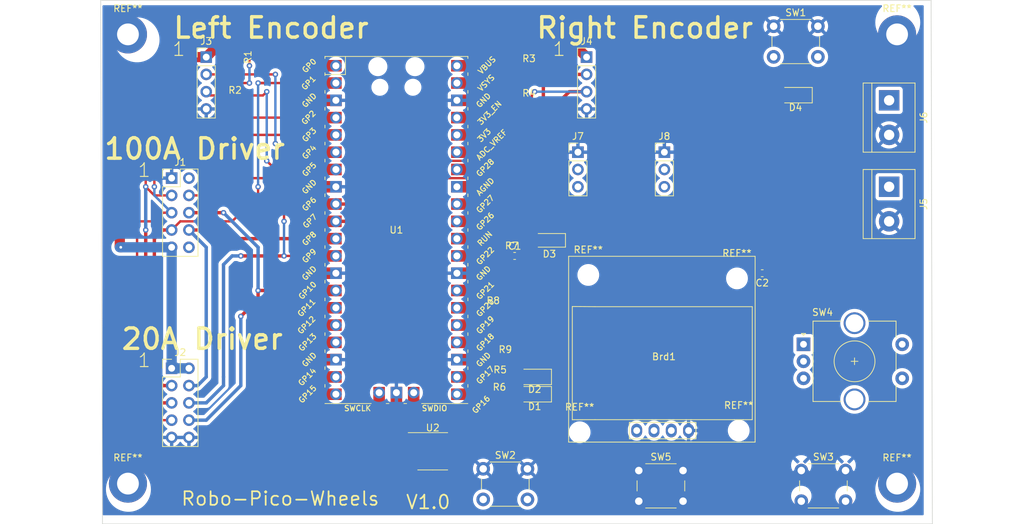
<source format=kicad_pcb>
(kicad_pcb (version 20221018) (generator pcbnew)
  (layers (0 "F.Cu" signal) (31 "B.Cu" signal) (34 "B.Paste" user) (35 "F.Paste" user) (36 "B.SilkS" user "B.Silkscreen") (37 "F.SilkS" user "F.Silkscreen") (38 "B.Mask" user) (39 "F.Mask" user) (44 "Edge.Cuts" user))
  (net 0 "")
  (net 1 "GND")
  (net 3 "/LEFTDIRA")
  (net 4 "/RIGHTDIRA")
  (net 5 "/LEFTDIRB")
  (net 6 "/RIGHTDIRB")
  (net 7 "/PWM_LEFT")
  (net 8 "/PWM_RIGHT")
  (net 9 "+5V")
  (net 11 "/LEFTENCA")
  (net 12 "/LEFTENCB")
  (net 13 "/RIGHTENCA")
  (net 14 "/RIGHTENCB")
  (net 15 "+3.3V")
  (net 17 "/I2C1_SDA")
  (net 22 "/I2C1_SCL")
  (net 24 "/ESTOP")
  (net 26 "Net-(J7-Pin_3)")
  (net 27 "Net-(J8-Pin_3)")
  (net 36 "Net-(D3-A)")
  (net 37 "Net-(D1-A)")
  (net 38 "Net-(D2-A)")
  (net 39 "Net-(D4-A)")
  (net 40 "Net-(U1-GPIO17)")
  (net 41 "Net-(U1-GPIO16)")
  (net 42 "Net-(U1-GPIO20)")
  (net 44 "/BTN_DN")
  (net 45 "/BTN_ENTER")
  (footprint "Button_Switch_THT:SW_PUSH_6mm" (layer "F.Cu") (at 104.192 113.828)
    (fp_text reference "SW2" (at 3.25 -2) (layer "F.SilkS"))
    (fp_text value "Right")
    (pad "1" thru_hole circle (at 0 0 90) (size 2 2) (drill 1.1) (layers "*.Cu" "*.Mask") (net 1 "GND"))
    (pad "1" thru_hole circle (at 6.5 0 90) (size 2 2) (drill 1.1) (layers "*.Cu" "*.Mask") (net 1 "GND"))
    (pad "2" thru_hole circle (at 0 4.5 90) (size 2 2) (drill 1.1) (layers "*.Cu" "*.Mask") (net 44 "/BTN_DN"))
    (pad "2" thru_hole circle (at 6.5 4.5 90) (size 2 2) (drill 1.1) (layers "*.Cu" "*.Mask") (net 44 "/BTN_DN"))
  )
  (footprint "MountingHole:MountingHole_2.7mm_M2.5" (layer "F.Cu") (at 141.478 85.852)
    (fp_text reference "REF**" (at 0 -3.7) (layer "F.SilkS"))
    (fp_text value "MountingHole_2.7mm_M2.5")
    (pad "" np_thru_hole circle (at 0 0) (size 2.7 2.7) (drill 2.7) (layers "*.Cu" "*.Mask"))
  )
  (footprint "TerminalBlock:TerminalBlock_bornier-2_P5.08mm" (layer "F.Cu") (at 163.83 72.39 -90)
    (fp_text reference "J5" (at 2.54 -5.08 90) (layer "F.SilkS"))
    (fp_text value "Screw_Terminal_01x02")
    (pad "1" thru_hole rect (at 0 0 270) (size 3 3) (drill 1.52) (layers "*.Cu" "*.Mask") (net 15 "+3.3V"))
    (pad "2" thru_hole circle (at 5.08 0 270) (size 3 3) (drill 1.52) (layers "*.Cu" "*.Mask") (net 1 "GND"))
  )
  (footprint "MountingHole:MountingHole_2.7mm_M2.5" (layer "F.Cu") (at 141.732 108.204)
    (fp_text reference "REF**" (at 0 -3.7) (layer "F.SilkS"))
    (fp_text value "MountingHole_2.7mm_M2.5")
    (pad "" np_thru_hole circle (at 0 0) (size 2.7 2.7) (drill 2.7) (layers "*.Cu" "*.Mask"))
  )
  (footprint "LED_SMD:LED_1206_3216Metric_Pad1.42x1.75mm_HandSolder" (layer "F.Cu") (at 111.76 100.33 180)
    (fp_text reference "D2" (at 0 -1.82) (layer "F.SilkS"))
    (fp_text value "LED")
    (pad "1" smd roundrect (at -1.4875 0 180) (size 1.425 1.75) (layers "F.Cu" "F.Paste" "F.Mask") (roundrect_rratio 0.175439) (net 1 "GND"))
    (pad "2" smd roundrect (at 1.4875 0 180) (size 1.425 1.75) (layers "F.Cu" "F.Paste" "F.Mask") (roundrect_rratio 0.175439) (net 38 "Net-(D2-A)"))
  )
  (footprint "Resistor_SMD:R_0201_0603Metric_Pad0.64x0.40mm_HandSolder" (layer "F.Cu") (at 106.68 100.33)
    (fp_text reference "R5" (at 0 -1.05) (layer "F.SilkS"))
    (fp_text value "220")
    (pad "1" smd roundrect (at -0.4075 0) (size 0.635 0.4) (layers "F.Cu" "F.Mask") (net 40 "Net-(U1-GPIO17)"))
    (pad "2" smd roundrect (at 0.4075 0) (size 0.635 0.4) (layers "F.Cu" "F.Mask") (net 38 "Net-(D2-A)"))
  )
  (footprint "Button_Switch_THT:SW_PUSH_6mm" (layer "F.Cu") (at 146.864 48.804)
    (fp_text reference "SW1" (at 3.25 -2) (layer "F.SilkS"))
    (fp_text value "ESTOP")
    (pad "1" thru_hole circle (at 0 0 90) (size 2 2) (drill 1.1) (layers "*.Cu" "*.Mask") (net 1 "GND"))
    (pad "1" thru_hole circle (at 6.5 0 90) (size 2 2) (drill 1.1) (layers "*.Cu" "*.Mask") (net 1 "GND"))
    (pad "2" thru_hole circle (at 0 4.5 90) (size 2 2) (drill 1.1) (layers "*.Cu" "*.Mask"))
    (pad "2" thru_hole circle (at 6.5 4.5 90) (size 2 2) (drill 1.1) (layers "*.Cu" "*.Mask"))
  )
  (footprint "MountingHole:MountingHole_2.7mm_M2.5" (layer "F.Cu") (at 119.634 85.344)
    (fp_text reference "REF**" (at 0 -3.7) (layer "F.SilkS"))
    (fp_text value "MountingHole_2.7mm_M2.5")
    (pad "" np_thru_hole circle (at 0 0) (size 2.7 2.7) (drill 2.7) (layers "*.Cu" "*.Mask"))
  )
  (footprint "Capacitor_SMD:C_0603_1608Metric_Pad1.08x0.95mm_HandSolder" (layer "F.Cu") (at 145.1875 85.09 180)
    (fp_text reference "C2" (at 0 -1.43) (layer "F.SilkS"))
    (fp_text value ".01")
    (pad "1" smd roundrect (at -0.8625 0 180) (size 1.075 0.95) (layers "F.Cu" "F.Paste" "F.Mask") (net 1 "GND"))
    (pad "2" smd roundrect (at 0.8625 0 180) (size 1.075 0.95) (layers "F.Cu" "F.Paste" "F.Mask") (net 15 "+3.3V"))
  )
  (footprint "MountingHole:MountingHole_3.2mm_M3_DIN965_Pad_TopBottom" (layer "F.Cu") (at 165 50)
    (fp_text reference "REF**" (at 0 -3.8) (layer "F.SilkS"))
    (fp_text value "MountingHole_3.2mm_M3_DIN965_Pad_TopBottom")
    (pad "1" thru_hole circle (at 0 0) (size 3.6 3.6) (drill 3.2) (layers "*.Cu" "*.Mask"))
    (pad "1" connect circle (at 0 0) (size 5.6 5.6) (layers "F.Cu" "F.Mask"))
    (pad "1" connect circle (at 0 0) (size 5.6 5.6) (layers "B.Cu" "B.Mask"))
  )
  (footprint "Resistor_SMD:R_0201_0603Metric_Pad0.64x0.40mm_HandSolder" (layer "F.Cu") (at 68.58 53.34 -90)
    (fp_text reference "R1" (at 0 -1.05 90) (layer "F.SilkS"))
    (fp_text value "4.7K")
    (pad "1" smd roundrect (at -0.4075 0 270) (size 0.635 0.4) (layers "F.Cu" "F.Mask") (net 15 "+3.3V"))
    (pad "2" smd roundrect (at 0.4075 0 270) (size 0.635 0.4) (layers "F.Cu" "F.Mask") (net 11 "/LEFTENCA"))
  )
  (footprint "MountingHole:MountingHole_2.7mm_M2.5" (layer "F.Cu") (at 118.364 108.458)
    (fp_text reference "REF**" (at 0 -3.7) (layer "F.SilkS"))
    (fp_text value "MountingHole_2.7mm_M2.5")
    (pad "" np_thru_hole circle (at 0 0) (size 2.7 2.7) (drill 2.7) (layers "*.Cu" "*.Mask"))
  )
  (footprint "Resistor_SMD:R_0201_0603Metric_Pad0.64x0.40mm_HandSolder" (layer "F.Cu") (at 108.3825 80.01 180)
    (fp_text reference "R7" (at 0 -1.05) (layer "F.SilkS"))
    (fp_text value "4.7K")
    (pad "1" smd roundrect (at -0.4075 0 180) (size 0.635 0.4) (layers "F.Cu" "F.Mask") (net 15 "+3.3V"))
    (pad "2" smd roundrect (at 0.4075 0 180) (size 0.635 0.4) (layers "F.Cu" "F.Mask") (net 36 "Net-(D3-A)"))
  )
  (footprint "Connector_PinHeader_2.54mm:PinHeader_1x04_P2.54mm_Vertical" (layer "F.Cu") (at 119.38 53.34)
    (fp_text reference "J4" (at 0 -2.33) (layer "F.SilkS"))
    (fp_text value "Conn_01x04_Pin")
    (pad "1" thru_hole rect (at 0 0) (size 1.7 1.7) (drill 1) (layers "*.Cu" "*.Mask") (net 9 "+5V"))
    (pad "2" thru_hole oval (at 0 2.54) (size 1.7 1.7) (drill 1) (layers "*.Cu" "*.Mask") (net 13 "/RIGHTENCA"))
    (pad "3" thru_hole oval (at 0 5.08) (size 1.7 1.7) (drill 1) (layers "*.Cu" "*.Mask") (net 14 "/RIGHTENCB"))
    (pad "4" thru_hole oval (at 0 7.62) (size 1.7 1.7) (drill 1) (layers "*.Cu" "*.Mask") (net 1 "GND"))
  )
  (footprint "MCU_RaspberryPi_and_Boards:RPi_Pico_SMD_TH" (layer "F.Cu") (at 91.44 78.74)
    (fp_text reference "U1" (at 0 0) (layer "F.SilkS"))
    (fp_text value "Pico")
    (fp_text user "GP27" (at 13.054 -3.8 45) (layer "F.SilkS") (effects (font (size 0.8 0.8))))
    (fp_text user "GP17" (at 13.054 21.336 45) (layer "F.SilkS") (effects (font (size 0.8 0.8))))
    (fp_text user "GP18" (at 13.054 16.51 45) (layer "F.SilkS") (effects (font (size 0.8 0.8))))
    (fp_text user "GP20" (at 13.054 11.43 45) (layer "F.SilkS") (effects (font (size 0.8 0.8))))
    (fp_text user "GND" (at -12.8 -6.35 45) (layer "F.SilkS") (effects (font (size 0.8 0.8))))
    (fp_text user "GP28" (at 13.054 -9.144 45) (layer "F.SilkS") (effects (font (size 0.8 0.8))))
    (fp_text user "GP8" (at -12.8 1.27 45) (layer "F.SilkS") (effects (font (size 0.8 0.8))))
    (fp_text user "GP16" (at 12.446 25.654 45) (layer "F.SilkS") (effects (font (size 0.8 0.8))))
    (fp_text user "GP1" (at -12.9 -21.6 45) (layer "F.SilkS") (effects (font (size 0.8 0.8))))
    (fp_text user "GP15" (at -13.054 24.13 45) (layer "F.SilkS") (effects (font (size 0.8 0.8))))
    (fp_text user "VSYS" (at 13.2 -21.59 45) (layer "F.SilkS") (effects (font (size 0.8 0.8))))
    (fp_text user "GP0" (at -12.8 -24.13 45) (layer "F.SilkS") (effects (font (size 0.8 0.8))))
    (fp_text user "3V3_EN" (at 13.7 -17.2 45) (layer "F.SilkS") (effects (font (size 0.8 0.8))))
    (fp_text user "ADC_VREF" (at 14 -12.5 45) (layer "F.SilkS") (effects (font (size 0.8 0.8))))
    (fp_text user "GP13" (at -13.054 16.51 45) (layer "F.SilkS") (effects (font (size 0.8 0.8))))
    (fp_text user "GP10" (at -13.054 8.89 45) (layer "F.SilkS") (effects (font (size 0.8 0.8))))
    (fp_text user "GP2" (at -12.9 -16.51 45) (layer "F.SilkS") (effects (font (size 0.8 0.8))))
    (fp_text user "SWDIO" (at 5.6 26.2) (layer "F.SilkS") (effects (font (size 0.8 0.8))))
    (fp_text user "3V3" (at 12.9 -13.9 45) (layer "F.SilkS") (effects (font (size 0.8 0.8))))
    (fp_text user "GND" (at 12.8 -19.05 45) (layer "F.SilkS") (effects (font (size 0.8 0.8))))
    (fp_text user "GP21" (at 13.054 8.9 45) (layer "F.SilkS") (effects (font (size 0.8 0.8))))
    (fp_text user "GP19" (at 13.054 13.97 45) (layer "F.SilkS") (effects (font (size 0.8 0.8))))
    (fp_text user "GP14" (at -13.1 21.59 45) (layer "F.SilkS") (effects (font (size 0.8 0.8))))
    (fp_text user "GP11" (at -13.2 11.43 45) (layer "F.SilkS") (effects (font (size 0.8 0.8))))
    (fp_text user "GP5" (at -12.8 -8.89 45) (layer "F.SilkS") (effects (font (size 0.8 0.8))))
    (fp_text user "GND" (at -12.8 -19.05 45) (layer "F.SilkS") (effects (font (size 0.8 0.8))))
    (fp_text user "GP26" (at 13.054 -1.27 45) (layer "F.SilkS") (effects (font (size 0.8 0.8))))
    (fp_text user "GND" (at -12.8 19.05 45) (layer "F.SilkS") (effects (font (size 0.8 0.8))))
    (fp_text user "GP4" (at -12.8 -11.43 45) (layer "F.SilkS") (effects (font (size 0.8 0.8))))
    (fp_text user "GP7" (at -12.7 -1.3 45) (layer "F.SilkS") (effects (font (size 0.8 0.8))))
    (fp_text user "GP6" (at -12.8 -3.81 45) (layer "F.SilkS") (effects (font (size 0.8 0.8))))
    (fp_text user "AGND" (at 13.054 -6.35 45) (layer "F.SilkS") (effects (font (size 0.8 0.8))))
    (fp_text user "GP9" (at -12.8 3.81 45) (layer "F.SilkS") (effects (font (size 0.8 0.8))))
    (fp_text user "SWCLK" (at -5.7 26.2) (layer "F.SilkS") (effects (font (size 0.8 0.8))))
    (fp_text user "GND" (at -12.8 6.35 45) (layer "F.SilkS") (effects (font (size 0.8 0.8))))
    (fp_text user "GP3" (at -12.8 -13.97 45) (layer "F.SilkS") (effects (font (size 0.8 0.8))))
    (fp_text user "GP12" (at -13.2 13.97 45) (layer "F.SilkS") (effects (font (size 0.8 0.8))))
    (fp_text user "RUN" (at 13 1.27 45) (layer "F.SilkS") (effects (font (size 0.8 0.8))))
    (fp_text user "GND" (at 12.8 19.05 45) (layer "F.SilkS") (effects (font (size 0.8 0.8))))
    (fp_text user "GND" (at 12.8 6.35 45) (layer "F.SilkS") (effects (font (size 0.8 0.8))))
    (fp_text user "GP22" (at 13.054 3.81 45) (layer "F.SilkS") (effects (font (size 0.8 0.8))))
    (fp_text user "VBUS" (at 13.3 -24.2 45) (layer "F.SilkS") (effects (font (size 0.8 0.8))))
    (pad "" np_thru_hole oval (at -2.725 -24) (size 1.8 1.8) (drill 1.8) (layers "*.Cu" "*.Mask"))
    (pad "" np_thru_hole oval (at -2.425 -20.97) (size 1.5 1.5) (drill 1.5) (layers "*.Cu" "*.Mask"))
    (pad "" np_thru_hole oval (at 2.425 -20.97) (size 1.5 1.5) (drill 1.5) (layers "*.Cu" "*.Mask"))
    (pad "" np_thru_hole oval (at 2.725 -24) (size 1.8 1.8) (drill 1.8) (layers "*.Cu" "*.Mask"))
    (pad "1" thru_hole oval (at -8.89 -24.13) (size 1.7 1.7) (drill 1.02) (layers "*.Cu" "*.Mask"))
    (pad "1" smd rect (at -8.89 -24.13) (size 3.5 1.7) (drill (offset -0.9 0)) (layers "F.Cu" "F.Mask"))
    (pad "2" thru_hole oval (at -8.89 -21.59) (size 1.7 1.7) (drill 1.02) (layers "*.Cu" "*.Mask"))
    (pad "2" smd rect (at -8.89 -21.59) (size 3.5 1.7) (drill (offset -0.9 0)) (layers "F.Cu" "F.Mask"))
    (pad "3" thru_hole rect (at -8.89 -19.05) (size 1.7 1.7) (drill 1.02) (layers "*.Cu" "*.Mask") (net 1 "GND"))
    (pad "3" smd rect (at -8.89 -19.05) (size 3.5 1.7) (drill (offset -0.9 0)) (layers "F.Cu" "F.Mask") (net 1 "GND"))
    (pad "4" thru_hole oval (at -8.89 -16.51) (size 1.7 1.7) (drill 1.02) (layers "*.Cu" "*.Mask") (net 3 "/LEFTDIRA"))
    (pad "4" smd rect (at -8.89 -16.51) (size 3.5 1.7) (drill (offset -0.9 0)) (layers "F.Cu" "F.Mask") (net 3 "/LEFTDIRA"))
    (pad "5" thru_hole oval (at -8.89 -13.97) (size 1.7 1.7) (drill 1.02) (layers "*.Cu" "*.Mask") (net 5 "/LEFTDIRB"))
    (pad "5" smd rect (at -8.89 -13.97) (size 3.5 1.7) (drill (offset -0.9 0)) (layers "F.Cu" "F.Mask") (net 5 "/LEFTDIRB"))
    (pad "6" thru_hole oval (at -8.89 -11.43) (size 1.7 1.7) (drill 1.02) (layers "*.Cu" "*.Mask") (net 11 "/LEFTENCA"))
    (pad "6" smd rect (at -8.89 -11.43) (size 3.5 1.7) (drill (offset -0.9 0)) (layers "F.Cu" "F.Mask") (net 11 "/LEFTENCA"))
    (pad "7" thru_hole oval (at -8.89 -8.89) (size 1.7 1.7) (drill 1.02) (layers "*.Cu" "*.Mask") (net 12 "/LEFTENCB"))
    (pad "7" smd rect (at -8.89 -8.89) (size 3.5 1.7) (drill (offset -0.9 0)) (layers "F.Cu" "F.Mask") (net 12 "/LEFTENCB"))
    (pad "8" thru_hole rect (at -8.89 -6.35) (size 1.7 1.7) (drill 1.02) (layers "*.Cu" "*.Mask") (net 1 "GND"))
    (pad "8" smd rect (at -8.89 -6.35) (size 3.5 1.7) (drill (offset -0.9 0)) (layers "F.Cu" "F.Mask") (net 1 "GND"))
    (pad "9" thru_hole oval (at -8.89 -3.81) (size 1.7 1.7) (drill 1.02) (layers "*.Cu" "*.Mask") (net 13 "/RIGHTENCA"))
    (pad "9" smd rect (at -8.89 -3.81) (size 3.5 1.7) (drill (offset -0.9 0)) (layers "F.Cu" "F.Mask") (net 13 "/RIGHTENCA"))
    (pad "10" thru_hole oval (at -8.89 -1.27) (size 1.7 1.7) (drill 1.02) (layers "*.Cu" "*.Mask") (net 14 "/RIGHTENCB"))
    (pad "10" smd rect (at -8.89 -1.27) (size 3.5 1.7) (drill (offset -0.9 0)) (layers "F.Cu" "F.Mask") (net 14 "/RIGHTENCB"))
    (pad "11" thru_hole oval (at -8.89 1.27) (size 1.7 1.7) (drill 1.02) (layers "*.Cu" "*.Mask") (net 8 "/PWM_RIGHT"))
    (pad "11" smd rect (at -8.89 1.27) (size 3.5 1.7) (drill (offset -0.9 0)) (layers "F.Cu" "F.Mask") (net 8 "/PWM_RIGHT"))
    (pad "12" thru_hole oval (at -8.89 3.81) (size 1.7 1.7) (drill 1.02) (layers "*.Cu" "*.Mask") (net 4 "/RIGHTDIRA"))
    (pad "12" smd rect (at -8.89 3.81) (size 3.5 1.7) (drill (offset -0.9 0)) (layers "F.Cu" "F.Mask") (net 4 "/RIGHTDIRA"))
    (pad "13" thru_hole rect (at -8.89 6.35) (size 1.7 1.7) (drill 1.02) (layers "*.Cu" "*.Mask") (net 1 "GND"))
    (pad "13" smd rect (at -8.89 6.35) (size 3.5 1.7) (drill (offset -0.9 0)) (layers "F.Cu" "F.Mask") (net 1 "GND"))
    (pad "14" thru_hole oval (at -8.89 8.89) (size 1.7 1.7) (drill 1.02) (layers "*.Cu" "*.Mask") (net 6 "/RIGHTDIRB"))
    (pad "14" smd rect (at -8.89 8.89) (size 3.5 1.7) (drill (offset -0.9 0)) (layers "F.Cu" "F.Mask") (net 6 "/RIGHTDIRB"))
    (pad "15" thru_hole oval (at -8.89 11.43) (size 1.7 1.7) (drill 1.02) (layers "*.Cu" "*.Mask") (net 7 "/PWM_LEFT"))
    (pad "15" smd rect (at -8.89 11.43) (size 3.5 1.7) (drill (offset -0.9 0)) (layers "F.Cu" "F.Mask") (net 7 "/PWM_LEFT"))
    (pad "16" thru_hole oval (at -8.89 13.97) (size 1.7 1.7) (drill 1.02) (layers "*.Cu" "*.Mask"))
    (pad "16" smd rect (at -8.89 13.97) (size 3.5 1.7) (drill (offset -0.9 0)) (layers "F.Cu" "F.Mask"))
    (pad "17" thru_hole oval (at -8.89 16.51) (size 1.7 1.7) (drill 1.02) (layers "*.Cu" "*.Mask"))
    (pad "17" smd rect (at -8.89 16.51) (size 3.5 1.7) (drill (offset -0.9 0)) (layers "F.Cu" "F.Mask"))
    (pad "18" thru_hole rect (at -8.89 19.05) (size 1.7 1.7) (drill 1.02) (layers "*.Cu" "*.Mask") (net 1 "GND"))
    (pad "18" smd rect (at -8.89 19.05) (size 3.5 1.7) (drill (offset -0.9 0)) (layers "F.Cu" "F.Mask") (net 1 "GND"))
    (pad "19" thru_hole oval (at -8.89 21.59) (size 1.7 1.7) (drill 1.02) (layers "*.Cu" "*.Mask"))
    (pad "19" smd rect (at -8.89 21.59) (size 3.5 1.7) (drill (offset -0.9 0)) (layers "F.Cu" "F.Mask"))
    (pad "20" thru_hole oval (at -8.89 24.13) (size 1.7 1.7) (drill 1.02) (layers "*.Cu" "*.Mask"))
    (pad "20" smd rect (at -8.89 24.13) (size 3.5 1.7) (drill (offset -0.9 0)) (layers "F.Cu" "F.Mask"))
    (pad "21" thru_hole oval (at 8.89 24.13) (size 1.7 1.7) (drill 1.02) (layers "*.Cu" "*.Mask") (net 41 "Net-(U1-GPIO16)"))
    (pad "21" smd rect (at 8.89 24.13) (size 3.5 1.7) (drill (offset 0.9 0)) (layers "F.Cu" "F.Mask") (net 41 "Net-(U1-GPIO16)"))
    (pad "22" thru_hole oval (at 8.89 21.59) (size 1.7 1.7) (drill 1.02) (layers "*.Cu" "*.Mask") (net 40 "Net-(U1-GPIO17)"))
    (pad "22" smd rect (at 8.89 21.59) (size 3.5 1.7) (drill (offset 0.9 0)) (layers "F.Cu" "F.Mask") (net 40 "Net-(U1-GPIO17)"))
    (pad "23" thru_hole rect (at 8.89 19.05) (size 1.7 1.7) (drill 1.02) (layers "*.Cu" "*.Mask") (net 1 "GND"))
    (pad "23" smd rect (at 8.89 19.05) (size 3.5 1.7) (drill (offset 0.9 0)) (layers "F.Cu" "F.Mask") (net 1 "GND"))
    (pad "24" thru_hole oval (at 8.89 16.51) (size 1.7 1.7) (drill 1.02) (layers "*.Cu" "*.Mask") (net 17 "/I2C1_SDA"))
    (pad "24" smd rect (at 8.89 16.51) (size 3.5 1.7) (drill (offset 0.9 0)) (layers "F.Cu" "F.Mask") (net 17 "/I2C1_SDA"))
    (pad "25" thru_hole oval (at 8.89 13.97) (size 1.7 1.7) (drill 1.02) (layers "*.Cu" "*.Mask") (net 22 "/I2C1_SCL"))
    (pad "25" smd rect (at 8.89 13.97) (size 3.5 1.7) (drill (offset 0.9 0)) (layers "F.Cu" "F.Mask") (net 22 "/I2C1_SCL"))
    (pad "26" thru_hole oval (at 8.89 11.43) (size 1.7 1.7) (drill 1.02) (layers "*.Cu" "*.Mask") (net 42 "Net-(U1-GPIO20)"))
    (pad "26" smd rect (at 8.89 11.43) (size 3.5 1.7) (drill (offset 0.9 0)) (layers "F.Cu" "F.Mask") (net 42 "Net-(U1-GPIO20)"))
    (pad "27" thru_hole oval (at 8.89 8.89) (size 1.7 1.7) (drill 1.02) (layers "*.Cu" "*.Mask"))
    (pad "27" smd rect (at 8.89 8.89) (size 3.5 1.7) (drill (offset 0.9 0)) (layers "F.Cu" "F.Mask"))
    (pad "28" thru_hole rect (at 8.89 6.35) (size 1.7 1.7) (drill 1.02) (layers "*.Cu" "*.Mask") (net 1 "GND"))
    (pad "28" smd rect (at 8.89 6.35) (size 3.5 1.7) (drill (offset 0.9 0)) (layers "F.Cu" "F.Mask") (net 1 "GND"))
    (pad "29" thru_hole oval (at 8.89 3.81) (size 1.7 1.7) (drill 1.02) (layers "*.Cu" "*.Mask") (net 36 "Net-(D3-A)"))
    (pad "29" smd rect (at 8.89 3.81) (size 3.5 1.7) (drill (offset 0.9 0)) (layers "F.Cu" "F.Mask") (net 36 "Net-(D3-A)"))
    (pad "30" thru_hole oval (at 8.89 1.27) (size 1.7 1.7) (drill 1.02) (layers "*.Cu" "*.Mask"))
    (pad "30" smd rect (at 8.89 1.27) (size 3.5 1.7) (drill (offset 0.9 0)) (layers "F.Cu" "F.Mask"))
    (pad "31" thru_hole oval (at 8.89 -1.27) (size 1.7 1.7) (drill 1.02) (layers "*.Cu" "*.Mask") (net 26 "Net-(J7-Pin_3)"))
    (pad "31" smd rect (at 8.89 -1.27) (size 3.5 1.7) (drill (offset 0.9 0)) (layers "F.Cu" "F.Mask") (net 26 "Net-(J7-Pin_3)"))
    (pad "32" thru_hole oval (at 8.89 -3.81) (size 1.7 1.7) (drill 1.02) (layers "*.Cu" "*.Mask") (net 27 "Net-(J8-Pin_3)"))
    (pad "32" smd rect (at 8.89 -3.81) (size 3.5 1.7) (drill (offset 0.9 0)) (layers "F.Cu" "F.Mask") (net 27 "Net-(J8-Pin_3)"))
    (pad "33" thru_hole rect (at 8.89 -6.35) (size 1.7 1.7) (drill 1.02) (layers "*.Cu" "*.Mask"))
    (pad "33" smd rect (at 8.89 -6.35) (size 3.5 1.7) (drill (offset 0.9 0)) (layers "F.Cu" "F.Mask"))
    (pad "34" thru_hole oval (at 8.89 -8.89) (size 1.7 1.7) (drill 1.02) (layers "*.Cu" "*.Mask"))
    (pad "34" smd rect (at 8.89 -8.89) (size 3.5 1.7) (drill (offset 0.9 0)) (layers "F.Cu" "F.Mask"))
    (pad "35" thru_hole oval (at 8.89 -11.43) (size 1.7 1.7) (drill 1.02) (layers "*.Cu" "*.Mask"))
    (pad "35" smd rect (at 8.89 -11.43) (size 3.5 1.7) (drill (offset 0.9 0)) (layers "F.Cu" "F.Mask"))
    (pad "36" thru_hole oval (at 8.89 -13.97) (size 1.7 1.7) (drill 1.02) (layers "*.Cu" "*.Mask") (net 15 "+3.3V"))
    (pad "36" smd rect (at 8.89 -13.97) (size 3.5 1.7) (drill (offset 0.9 0)) (layers "F.Cu" "F.Mask") (net 15 "+3.3V"))
    (pad "37" thru_hole oval (at 8.89 -16.51) (size 1.7 1.7) (drill 1.02) (layers "*.Cu" "*.Mask"))
    (pad "37" smd rect (at 8.89 -16.51) (size 3.5 1.7) (drill (offset 0.9 0)) (layers "F.Cu" "F.Mask"))
    (pad "38" thru_hole rect (at 8.89 -19.05) (size 1.7 1.7) (drill 1.02) (layers "*.Cu" "*.Mask") (net 1 "GND"))
    (pad "38" smd rect (at 8.89 -19.05) (size 3.5 1.7) (drill (offset 0.9 0)) (layers "F.Cu" "F.Mask") (net 1 "GND"))
    (pad "39" thru_hole oval (at 8.89 -21.59) (size 1.7 1.7) (drill 1.02) (layers "*.Cu" "*.Mask"))
    (pad "39" smd rect (at 8.89 -21.59) (size 3.5 1.7) (drill (offset 0.9 0)) (layers "F.Cu" "F.Mask"))
    (pad "40" thru_hole oval (at 8.89 -24.13) (size 1.7 1.7) (drill 1.02) (layers "*.Cu" "*.Mask"))
    (pad "40" smd rect (at 8.89 -24.13) (size 3.5 1.7) (drill (offset 0.9 0)) (layers "F.Cu" "F.Mask"))
    (pad "41" thru_hole oval (at -2.54 23.9) (size 1.7 1.7) (drill 1.02) (layers "*.Cu" "*.Mask"))
    (pad "41" smd rect (at -2.54 23.9 90) (size 3.5 1.7) (drill (offset -0.9 0)) (layers "F.Cu" "F.Mask"))
    (pad "42" thru_hole rect (at 0 23.9) (size 1.7 1.7) (drill 1.02) (layers "*.Cu" "*.Mask") (net 1 "GND"))
    (pad "42" smd rect (at 0 23.9 90) (size 3.5 1.7) (drill (offset -0.9 0)) (layers "F.Cu" "F.Mask") (net 1 "GND"))
    (pad "43" thru_hole oval (at 2.54 23.9) (size 1.7 1.7) (drill 1.02) (layers "*.Cu" "*.Mask"))
    (pad "43" smd rect (at 2.54 23.9 90) (size 3.5 1.7) (drill (offset -0.9 0)) (layers "F.Cu" "F.Mask"))
  )
  (footprint "TerminalBlock:TerminalBlock_bornier-2_P5.08mm" (layer "F.Cu") (at 163.83 59.69 -90)
    (fp_text reference "J6" (at 2.54 -5.08 90) (layer "F.SilkS"))
    (fp_text value "Screw_Terminal_01x02")
    (pad "1" thru_hole rect (at 0 0 270) (size 3 3) (drill 1.52) (layers "*.Cu" "*.Mask") (net 24 "/ESTOP"))
    (pad "2" thru_hole circle (at 5.08 0 270) (size 3 3) (drill 1.52) (layers "*.Cu" "*.Mask") (net 1 "GND"))
  )
  (footprint "Resistor_SMD:R_0201_0603Metric_Pad0.64x0.40mm_HandSolder" (layer "F.Cu") (at 105.664 90.17)
    (fp_text reference "R8" (at 0 -1.05) (layer "F.SilkS"))
    (fp_text value "220")
    (pad "1" smd roundrect (at -0.4075 0) (size 0.635 0.4) (layers "F.Cu" "F.Mask") (net 42 "Net-(U1-GPIO20)"))
    (pad "2" smd roundrect (at 0.4075 0) (size 0.635 0.4) (layers "F.Cu" "F.Mask") (net 39 "Net-(D4-A)"))
  )
  (footprint "Connector_PinHeader_2.54mm:PinHeader_2x05_P2.54mm_Vertical" (layer "F.Cu") (at 58.42 71.12)
    (fp_text reference "J1" (at 1.27 -2.33) (layer "F.SilkS"))
    (fp_text value "Conn_02x05_Odd_Even")
    (pad "1" thru_hole rect (at 0 0) (size 1.7 1.7) (drill 1) (layers "*.Cu" "*.Mask") (net 1 "GND"))
    (pad "2" thru_hole oval (at 2.54 0) (size 1.7 1.7) (drill 1) (layers "*.Cu" "*.Mask"))
    (pad "3" thru_hole oval (at 0 2.54) (size 1.7 1.7) (drill 1) (layers "*.Cu" "*.Mask") (net 3 "/LEFTDIRA"))
    (pad "4" thru_hole oval (at 2.54 2.54) (size 1.7 1.7) (drill 1) (layers "*.Cu" "*.Mask") (net 4 "/RIGHTDIRA"))
    (pad "5" thru_hole oval (at 0 5.08) (size 1.7 1.7) (drill 1) (layers "*.Cu" "*.Mask") (net 5 "/LEFTDIRB"))
    (pad "6" thru_hole oval (at 2.54 5.08) (size 1.7 1.7) (drill 1) (layers "*.Cu" "*.Mask") (net 6 "/RIGHTDIRB"))
    (pad "7" thru_hole oval (at 0 7.62) (size 1.7 1.7) (drill 1) (layers "*.Cu" "*.Mask") (net 7 "/PWM_LEFT"))
    (pad "8" thru_hole oval (at 2.54 7.62) (size 1.7 1.7) (drill 1) (layers "*.Cu" "*.Mask") (net 8 "/PWM_RIGHT"))
    (pad "9" thru_hole oval (at 0 10.16) (size 1.7 1.7) (drill 1) (layers "*.Cu" "*.Mask") (net 9 "+5V"))
    (pad "10" thru_hole oval (at 2.54 10.16) (size 1.7 1.7) (drill 1) (layers "*.Cu" "*.Mask"))
  )
  (footprint "Button_Switch_THT:SW_PUSH_6mm" (layer "F.Cu") (at 127.052 114.082)
    (fp_text reference "SW5" (at 3.25 -2) (layer "F.SilkS"))
    (fp_text value "Menu")
    (pad "1" thru_hole circle (at 0 0 90) (size 2 2) (drill 1.1) (layers "*.Cu" "*.Mask") (net 1 "GND"))
    (pad "1" thru_hole circle (at 6.5 0 90) (size 2 2) (drill 1.1) (layers "*.Cu" "*.Mask") (net 1 "GND"))
    (pad "2" thru_hole circle (at 0 4.5 90) (size 2 2) (drill 1.1) (layers "*.Cu" "*.Mask"))
    (pad "2" thru_hole circle (at 6.5 4.5 90) (size 2 2) (drill 1.1) (layers "*.Cu" "*.Mask"))
  )
  (footprint "SSD1306:128x64OLED" (layer "F.Cu") (at 130.746 97.604 180)
    (fp_text reference "Brd1" (at 0 0.254) (layer "F.SilkS"))
    (fp_text value "SSD1306")
    (pad "1" thru_hole oval (at -3.62 -10.6 270) (size 2 1.6) (drill 1) (layers "*.Cu" "*.Mask") (net 1 "GND"))
    (pad "2" thru_hole oval (at -1.08 -10.6 270) (size 2 1.6) (drill 1) (layers "*.Cu" "*.Mask") (net 15 "+3.3V"))
    (pad "3" thru_hole oval (at 1.46 -10.6 270) (size 2 1.6) (drill 1) (layers "*.Cu" "*.Mask") (net 22 "/I2C1_SCL"))
    (pad "4" thru_hole oval (at 4 -10.6 270) (size 2 1.6) (drill 1) (layers "*.Cu" "*.Mask") (net 17 "/I2C1_SDA"))
  )
  (footprint "LED_SMD:LED_1206_3216Metric_Pad1.42x1.75mm_HandSolder" (layer "F.Cu") (at 150.0775 58.928 180)
    (fp_text reference "D4" (at 0 -1.82) (layer "F.SilkS"))
    (fp_text value "LED")
    (pad "1" smd roundrect (at -1.4875 0 180) (size 1.425 1.75) (layers "F.Cu" "F.Paste" "F.Mask") (roundrect_rratio 0.175439) (net 1 "GND"))
    (pad "2" smd roundrect (at 1.4875 0 180) (size 1.425 1.75) (layers "F.Cu" "F.Paste" "F.Mask") (roundrect_rratio 0.175439) (net 39 "Net-(D4-A)"))
  )
  (footprint "MountingHole:MountingHole_3.2mm_M3_DIN965_Pad_TopBottom" (layer "F.Cu") (at 52 50)
    (fp_text reference "REF**" (at 0 -3.8) (layer "F.SilkS"))
    (fp_text value "MountingHole_3.2mm_M3_DIN965_Pad_TopBottom")
    (pad "1" thru_hole circle (at 0 0) (size 3.6 3.6) (drill 3.2) (layers "*.Cu" "*.Mask"))
    (pad "1" connect circle (at 0 0) (size 5.6 5.6) (layers "F.Cu" "F.Mask"))
    (pad "1" connect circle (at 0 0) (size 5.6 5.6) (layers "B.Cu" "B.Mask"))
  )
  (footprint "Button_Switch_THT:SW_PUSH_6mm" (layer "F.Cu") (at 150.928 114.082)
    (fp_text reference "SW3" (at 3.25 -2) (layer "F.SilkS"))
    (fp_text value "Left")
    (pad "1" thru_hole circle (at 0 0 90) (size 2 2) (drill 1.1) (layers "*.Cu" "*.Mask") (net 1 "GND"))
    (pad "1" thru_hole circle (at 6.5 0 90) (size 2 2) (drill 1.1) (layers "*.Cu" "*.Mask") (net 1 "GND"))
    (pad "2" thru_hole circle (at 0 4.5 90) (size 2 2) (drill 1.1) (layers "*.Cu" "*.Mask") (net 45 "/BTN_ENTER"))
    (pad "2" thru_hole circle (at 6.5 4.5 90) (size 2 2) (drill 1.1) (layers "*.Cu" "*.Mask") (net 45 "/BTN_ENTER"))
  )
  (footprint "Package_SO:TSSOP-16_4.4x5mm_P0.65mm" (layer "F.Cu") (at 96.774 111.252)
    (fp_text reference "U2" (at 0 -3.45) (layer "F.SilkS"))
    (fp_text value "AD5593R")
    (pad "1" smd roundrect (at -2.8625 -2.275) (size 1.475 0.4) (layers "F.Cu" "F.Paste" "F.Mask"))
    (pad "2" smd roundrect (at -2.8625 -1.625) (size 1.475 0.4) (layers "F.Cu" "F.Paste" "F.Mask") (net 1 "GND"))
    (pad "3" smd roundrect (at -2.8625 -0.975) (size 1.475 0.4) (layers "F.Cu" "F.Paste" "F.Mask") (net 15 "+3.3V"))
    (pad "4" smd roundrect (at -2.8625 -0.325) (size 1.475 0.4) (layers "F.Cu" "F.Paste" "F.Mask"))
    (pad "5" smd roundrect (at -2.8625 0.325) (size 1.475 0.4) (layers "F.Cu" "F.Paste" "F.Mask"))
    (pad "6" smd roundrect (at -2.8625 0.975) (size 1.475 0.4) (layers "F.Cu" "F.Paste" "F.Mask"))
    (pad "7" smd roundrect (at -2.8625 1.625) (size 1.475 0.4) (layers "F.Cu" "F.Paste" "F.Mask"))
    (pad "8" smd roundrect (at -2.8625 2.275) (size 1.475 0.4) (layers "F.Cu" "F.Paste" "F.Mask"))
    (pad "9" smd roundrect (at 2.8625 2.275) (size 1.475 0.4) (layers "F.Cu" "F.Paste" "F.Mask") (net 15 "+3.3V"))
    (pad "10" smd roundrect (at 2.8625 1.625) (size 1.475 0.4) (layers "F.Cu" "F.Paste" "F.Mask"))
    (pad "11" smd roundrect (at 2.8625 0.975) (size 1.475 0.4) (layers "F.Cu" "F.Paste" "F.Mask"))
    (pad "12" smd roundrect (at 2.8625 0.325) (size 1.475 0.4) (layers "F.Cu" "F.Paste" "F.Mask"))
    (pad "13" smd roundrect (at 2.8625 -0.325) (size 1.475 0.4) (layers "F.Cu" "F.Paste" "F.Mask"))
    (pad "14" smd roundrect (at 2.8625 -0.975) (size 1.475 0.4) (layers "F.Cu" "F.Paste" "F.Mask") (net 1 "GND"))
    (pad "15" smd roundrect (at 2.8625 -1.625) (size 1.475 0.4) (layers "F.Cu" "F.Paste" "F.Mask") (net 17 "/I2C1_SDA"))
    (pad "16" smd roundrect (at 2.8625 -2.275) (size 1.475 0.4) (layers "F.Cu" "F.Paste" "F.Mask") (net 22 "/I2C1_SCL"))
  )
  (footprint "Capacitor_SMD:C_0603_1608Metric_Pad1.08x0.95mm_HandSolder" (layer "F.Cu") (at 108.8125 82.55)
    (fp_text reference "C1" (at 0 -1.43) (layer "F.SilkS"))
    (fp_text value ".01")
    (pad "1" smd roundrect (at -0.8625 0) (size 1.075 0.95) (layers "F.Cu" "F.Paste" "F.Mask") (net 1 "GND"))
    (pad "2" smd roundrect (at 0.8625 0) (size 1.075 0.95) (layers "F.Cu" "F.Paste" "F.Mask") (net 36 "Net-(D3-A)"))
  )
  (footprint "Connector_PinHeader_2.54mm:PinHeader_2x05_P2.54mm_Vertical" (layer "F.Cu") (at 58.42 99.06)
    (fp_text reference "J2" (at 1.27 -2.33) (layer "F.SilkS"))
    (fp_text value "Conn_02x05_Odd_Even")
    (pad "1" thru_hole rect (at 0 0) (size 1.7 1.7) (drill 1) (layers "*.Cu" "*.Mask") (net 9 "+5V"))
    (pad "2" thru_hole oval (at 2.54 0) (size 1.7 1.7) (drill 1) (layers "*.Cu" "*.Mask") (net 9 "+5V"))
    (pad "3" thru_hole oval (at 0 2.54) (size 1.7 1.7) (drill 1) (layers "*.Cu" "*.Mask") (net 7 "/PWM_LEFT"))
    (pad "4" thru_hole oval (at 2.54 2.54) (size 1.7 1.7) (drill 1) (layers "*.Cu" "*.Mask") (net 8 "/PWM_RIGHT"))
    (pad "5" thru_hole oval (at 0 5.08) (size 1.7 1.7) (drill 1) (layers "*.Cu" "*.Mask") (net 3 "/LEFTDIRA"))
    (pad "6" thru_hole oval (at 2.54 5.08) (size 1.7 1.7) (drill 1) (layers "*.Cu" "*.Mask") (net 4 "/RIGHTDIRA"))
    (pad "7" thru_hole oval (at 0 7.62) (size 1.7 1.7) (drill 1) (layers "*.Cu" "*.Mask") (net 5 "/LEFTDIRB"))
    (pad "8" thru_hole oval (at 2.54 7.62) (size 1.7 1.7) (drill 1) (layers "*.Cu" "*.Mask") (net 6 "/RIGHTDIRB"))
    (pad "9" thru_hole oval (at 0 10.16) (size 1.7 1.7) (drill 1) (layers "*.Cu" "*.Mask") (net 1 "GND"))
    (pad "10" thru_hole oval (at 2.54 10.16) (size 1.7 1.7) (drill 1) (layers "*.Cu" "*.Mask") (net 1 "GND"))
  )
  (footprint "Rotary_Encoder:RotaryEncoder_Alps_EC11E-Switch_Vertical_H20mm_CircularMountingHoles" (layer "F.Cu") (at 151.25 95.532)
    (fp_text reference "SW4" (at 2.8 -4.7) (layer "F.SilkS"))
    (fp_text value "RotaryEncoder_Switch")
    (pad "A" thru_hole rect (at 0 0) (size 2 2) (drill 1) (layers "*.Cu" "*.Mask"))
    (pad "B" thru_hole circle (at 0 5) (size 2 2) (drill 1) (layers "*.Cu" "*.Mask"))
    (pad "C" thru_hole circle (at 0 2.5) (size 2 2) (drill 1) (layers "*.Cu" "*.Mask"))
    (pad "MP" thru_hole circle (at 7.5 -3.1) (size 3.2 3.2) (drill 2.6) (layers "*.Cu" "*.Mask"))
    (pad "MP" thru_hole circle (at 7.5 8.1) (size 3.2 3.2) (drill 2.6) (layers "*.Cu" "*.Mask"))
    (pad "S1" thru_hole circle (at 14.5 5) (size 2 2) (drill 1) (layers "*.Cu" "*.Mask"))
    (pad "S2" thru_hole circle (at 14.5 0) (size 2 2) (drill 1) (layers "*.Cu" "*.Mask"))
  )
  (footprint "MountingHole:MountingHole_3.2mm_M3_DIN965_Pad_TopBottom" (layer "F.Cu") (at 165 116)
    (fp_text reference "REF**" (at 0 -3.8) (layer "F.SilkS"))
    (fp_text value "MountingHole_3.2mm_M3_DIN965_Pad_TopBottom")
    (pad "1" thru_hole circle (at 0 0) (size 3.6 3.6) (drill 3.2) (layers "*.Cu" "*.Mask"))
    (pad "1" connect circle (at 0 0) (size 5.6 5.6) (layers "F.Cu" "F.Mask"))
    (pad "1" connect circle (at 0 0) (size 5.6 5.6) (layers "B.Cu" "B.Mask"))
  )
  (footprint "Resistor_SMD:R_0201_0603Metric_Pad0.64x0.40mm_HandSolder" (layer "F.Cu") (at 67.7425 57.15 180)
    (fp_text reference "R2" (at 0 -1.05) (layer "F.SilkS"))
    (fp_text value "4.7K")
    (pad "1" smd roundrect (at -0.4075 0 180) (size 0.635 0.4) (layers "F.Cu" "F.Mask") (net 15 "+3.3V"))
    (pad "2" smd roundrect (at 0.4075 0 180) (size 0.635 0.4) (layers "F.Cu" "F.Mask") (net 12 "/LEFTENCB"))
  )
  (footprint "Connector_PinHeader_2.54mm:PinHeader_1x03_P2.54mm_Vertical" (layer "F.Cu") (at 118.11 67.31)
    (fp_text reference "J7" (at 0 -2.33) (layer "F.SilkS"))
    (fp_text value "Conn_01x03_Pin")
    (pad "1" thru_hole rect (at 0 0) (size 1.7 1.7) (drill 1) (layers "*.Cu" "*.Mask") (net 1 "GND"))
    (pad "2" thru_hole oval (at 0 2.54) (size 1.7 1.7) (drill 1) (layers "*.Cu" "*.Mask") (net 15 "+3.3V"))
    (pad "3" thru_hole oval (at 0 5.08) (size 1.7 1.7) (drill 1) (layers "*.Cu" "*.Mask") (net 26 "Net-(J7-Pin_3)"))
  )
  (footprint "Diode_SMD:D_SOD-123" (layer "F.Cu") (at 113.918 80.264 180)
    (fp_text reference "D3" (at 0 -2) (layer "F.SilkS"))
    (fp_text value "1N4148W")
    (pad "1" smd roundrect (at -1.65 0 180) (size 0.9 1.2) (layers "F.Cu" "F.Paste" "F.Mask") (net 24 "/ESTOP"))
    (pad "2" smd roundrect (at 1.65 0 180) (size 0.9 1.2) (layers "F.Cu" "F.Paste" "F.Mask") (net 36 "Net-(D3-A)"))
  )
  (footprint "Connector_PinHeader_2.54mm:PinHeader_1x04_P2.54mm_Vertical" (layer "F.Cu") (at 63.5 53.34)
    (fp_text reference "J3" (at 0 -2.33) (layer "F.SilkS"))
    (fp_text value "Conn_01x04_Pin")
    (pad "1" thru_hole rect (at 0 0) (size 1.7 1.7) (drill 1) (layers "*.Cu" "*.Mask") (net 9 "+5V"))
    (pad "2" thru_hole oval (at 0 2.54) (size 1.7 1.7) (drill 1) (layers "*.Cu" "*.Mask") (net 11 "/LEFTENCA"))
    (pad "3" thru_hole oval (at 0 5.08) (size 1.7 1.7) (drill 1) (layers "*.Cu" "*.Mask") (net 12 "/LEFTENCB"))
    (pad "4" thru_hole oval (at 0 7.62) (size 1.7 1.7) (drill 1) (layers "*.Cu" "*.Mask") (net 1 "GND"))
  )
  (footprint "MountingHole:MountingHole_3.2mm_M3_DIN965_Pad_TopBottom" (layer "F.Cu") (at 52 116)
    (fp_text reference "REF**" (at 0 -3.8) (layer "F.SilkS"))
    (fp_text value "MountingHole_3.2mm_M3_DIN965_Pad_TopBottom")
    (pad "1" thru_hole circle (at 0 0) (size 3.6 3.6) (drill 3.2) (layers "*.Cu" "*.Mask"))
    (pad "1" connect circle (at 0 0) (size 5.6 5.6) (layers "F.Cu" "F.Mask"))
    (pad "1" connect circle (at 0 0) (size 5.6 5.6) (layers "B.Cu" "B.Mask"))
  )
  (footprint "Resistor_SMD:R_0201_0603Metric_Pad0.64x0.40mm_HandSolder" (layer "F.Cu") (at 110.9225 54.61)
    (fp_text reference "R3" (at 0 -1.05) (layer "F.SilkS"))
    (fp_text value "4.7K")
    (pad "1" smd roundrect (at -0.4075 0) (size 0.635 0.4) (layers "F.Cu" "F.Mask") (net 15 "+3.3V"))
    (pad "2" smd roundrect (at 0.4075 0) (size 0.635 0.4) (layers "F.Cu" "F.Mask") (net 13 "/RIGHTENCA"))
  )
  (footprint "LED_SMD:LED_1206_3216Metric_Pad1.42x1.75mm_HandSolder" (layer "F.Cu") (at 111.76 102.87 180)
    (fp_text reference "D1" (at 0 -1.82) (layer "F.SilkS"))
    (fp_text value "LED")
    (pad "1" smd roundrect (at -1.4875 0 180) (size 1.425 1.75) (layers "F.Cu" "F.Paste" "F.Mask") (roundrect_rratio 0.175439) (net 1 "GND"))
    (pad "2" smd roundrect (at 1.4875 0 180) (size 1.425 1.75) (layers "F.Cu" "F.Paste" "F.Mask") (roundrect_rratio 0.175439) (net 37 "Net-(D1-A)"))
  )
  (footprint "Resistor_SMD:R_0201_0603Metric_Pad0.64x0.40mm_HandSolder" (layer "F.Cu") (at 106.5795 102.87)
    (fp_text reference "R6" (at 0 -1.05) (layer "F.SilkS"))
    (fp_text value "220")
    (pad "1" smd roundrect (at -0.4075 0) (size 0.635 0.4) (layers "F.Cu" "F.Mask") (net 41 "Net-(U1-GPIO16)"))
    (pad "2" smd roundrect (at 0.4075 0) (size 0.635 0.4) (layers "F.Cu" "F.Mask") (net 37 "Net-(D1-A)"))
  )
  (footprint "Resistor_SMD:R_0201_0603Metric_Pad0.64x0.40mm_HandSolder" (layer "F.Cu") (at 107.442 95.25 180)
    (fp_text reference "R9" (at 0 -1.05) (layer "F.SilkS"))
    (fp_text value "4.7K")
    (pad "1" smd roundrect (at -0.4075 0 180) (size 0.635 0.4) (layers "F.Cu" "F.Mask") (net 15 "+3.3V"))
    (pad "2" smd roundrect (at 0.4075 0 180) (size 0.635 0.4) (layers "F.Cu" "F.Mask") (net 17 "/I2C1_SDA"))
  )
  (footprint "Resistor_SMD:R_0201_0603Metric_Pad0.64x0.40mm_HandSolder" (layer "F.Cu") (at 110.9225 59.69)
    (fp_text reference "R4" (at 0 -1.05) (layer "F.SilkS"))
    (fp_text value "4.7K")
    (pad "1" smd roundrect (at -0.4075 0) (size 0.635 0.4) (layers "F.Cu" "F.Mask") (net 15 "+3.3V"))
    (pad "2" smd roundrect (at 0.4075 0) (size 0.635 0.4) (layers "F.Cu" "F.Mask") (net 14 "/RIGHTENCB"))
  )
  (footprint "Connector_PinHeader_2.54mm:PinHeader_1x03_P2.54mm_Vertical" (layer "F.Cu") (at 130.81 67.31)
    (fp_text reference "J8" (at 0 -2.33) (layer "F.SilkS"))
    (fp_text value "Conn_01x03_Pin")
    (pad "1" thru_hole rect (at 0 0) (size 1.7 1.7) (drill 1) (layers "*.Cu" "*.Mask") (net 1 "GND"))
    (pad "2" thru_hole oval (at 0 2.54) (size 1.7 1.7) (drill 1) (layers "*.Cu" "*.Mask") (net 15 "+3.3V"))
    (pad "3" thru_hole oval (at 0 5.08) (size 1.7 1.7) (drill 1) (layers "*.Cu" "*.Mask") (net 27 "Net-(J8-Pin_3)"))
  )
  (gr_line (start 170.18 121.92) (end 48.26 121.92) (stroke (width 0.1)) (layer "Edge.Cuts"))
  (gr_line (start 170 45) (end 170.18 121.92) (stroke (width 0.1)) (layer "Edge.Cuts"))
  (gr_line (start 48.26 121.92) (end 48 45) (stroke (width 0.1)) (layer "Edge.Cuts"))
  (gr_line (start 48 45) (end 170 45) (stroke (width 0.1)) (layer "Edge.Cuts"))
  (gr_text "ISense0" (at 115.57 77.47) (layer "F.Cu") (effects (font (size 1.5 1.5) (thickness 0.3) bold) (justify left bottom)))
  (gr_text "ISense1" (at 128.27 77.47) (layer "F.Cu") (effects (font (size 1.5 1.5) (thickness 0.3) bold) (justify left bottom)))
  (gr_text "V1.0" (at 92.71 119.888) (layer "F.SilkS") (effects (font (size 2 2) (thickness 0.25)) (justify left bottom)))
  (gr_text "Robo-Pico-Wheels" (at 59.69 119.38) (layer "F.SilkS") (effects (font (size 2 2) (thickness 0.25)) (justify left bottom)))
  (gr_text "100A Driver" (at 48.26 68.58) (layer "F.SilkS") (effects (font (size 3 3) (thickness 0.5) bold) (justify left bottom)))
  (gr_text "1" (at 58.42 53.34) (layer "F.SilkS") (effects (font (size 2 2)) (justify left bottom)))
  (gr_text "1" (at 53.34 99.06) (layer "F.SilkS") (effects (font (size 2 2)) (justify left bottom)))
  (gr_text "1" (at 53.34 71.12) (layer "F.SilkS") (effects (font (size 2 2)) (justify left bottom)))
  (gr_text "Left Encoder" (at 58.42 50.8) (layer "F.SilkS") (effects (font (size 3 3) (thickness 0.5) bold) (justify left bottom)))
  (gr_text "20A Driver" (at 50.8 96.52) (layer "F.SilkS") (effects (font (size 3 3) (thickness 0.5) bold) (justify left bottom)))
  (gr_text "Right Encoder" (at 111.76 50.8) (layer "F.SilkS") (effects (font (size 3 3) (thickness 0.5) bold) (justify left bottom)))
  (gr_text "1" (at 114.3 53.34) (layer "F.SilkS") (effects (font (size 2 2)) (justify left bottom)))
  (segment (start 54.61 64.77) (end 54.61 72.39) (width 0.35) (layer "F.Cu") (net 3))
  (segment (start 82.55 62.23) (end 68.58 62.23) (width 0.35) (layer "F.Cu") (net 3))
  (segment (start 55.88 73.66) (end 58.42 73.66) (width 0.35) (layer "F.Cu") (net 3))
  (segment (start 54.61 78.74) (end 54.61 102.87) (width 0.5) (layer "F.Cu") (net 3))
  (segment (start 67.31 63.5) (end 55.88 63.5) (width 0.35) (layer "F.Cu") (net 3))
  (segment (start 68.58 62.23) (end 67.31 63.5) (width 0.35) (layer "F.Cu") (net 3))
  (segment (start 54.61 72.39) (end 55.88 73.66) (width 0.35) (layer "F.Cu") (net 3))
  (segment (start 54.61 102.87) (end 55.88 104.14) (width 0.5) (layer "F.Cu") (net 3))
  (segment (start 55.88 104.14) (end 58.42 104.14) (width 0.5) (layer "F.Cu") (net 3))
  (segment (start 55.88 63.5) (end 54.61 64.77) (width 0.35) (layer "F.Cu") (net 3))
  (via (at 54.61 78.74) (size 0.8) (drill 0.4) (layers "F.Cu" "B.Cu") (net 3))
  (via (at 54.61 72.39) (size 0.8) (drill 0.4) (layers "F.Cu" "B.Cu") (net 3))
  (segment (start 54.61 78.74) (end 54.61 72.39) (width 0.5) (layer "B.Cu") (net 3))
  (segment (start 68.58 82.55) (end 74.93 82.55) (width 0.5) (layer "F.Cu") (net 4))
  (segment (start 60.96 73.66) (end 67.31 73.66) (width 0.35) (layer "F.Cu") (net 4))
  (segment (start 67.31 73.66) (end 69.85 71.12) (width 0.35) (layer "F.Cu") (net 4))
  (segment (start 73.66 71.12) (end 74.93 72.39) (width 0.35) (layer "F.Cu") (net 4))
  (segment (start 82.55 82.55) (end 74.93 82.55) (width 0.35) (layer "F.Cu") (net 4))
  (segment (start 69.85 71.12) (end 73.66 71.12) (width 0.35) (layer "F.Cu") (net 4))
  (segment (start 74.93 72.39) (end 74.93 77.47) (width 0.35) (layer "F.Cu") (net 4))
  (via (at 68.58 82.55) (size 0.8) (drill 0.4) (layers "F.Cu" "B.Cu") (net 4))
  (via (at 74.93 77.47) (size 0.8) (drill 0.4) (layers "F.Cu" "B.Cu") (net 4))
  (via (at 74.93 82.55) (size 0.8) (drill 0.4) (layers "F.Cu" "B.Cu") (net 4))
  (segment (start 67.31 82.55) (end 68.58 82.55) (width 0.5) (layer "B.Cu") (net 4))
  (segment (start 74.93 82.55) (end 74.93 77.47) (width 0.35) (layer "B.Cu") (net 4))
  (segment (start 66.04 83.82) (end 67.31 82.55) (width 0.5) (layer "B.Cu") (net 4))
  (segment (start 66.04 100.33) (end 66.04 83.82) (width 0.5) (layer "B.Cu") (net 4))
  (segment (start 63.5 104.14) (end 66.04 101.6) (width 0.5) (layer "B.Cu") (net 4))
  (segment (start 60.96 104.14) (end 63.5 104.14) (width 0.5) (layer "B.Cu") (net 4))
  (segment (start 66.04 101.6) (end 66.04 100.33) (width 0.5) (layer "B.Cu") (net 4))
  (segment (start 58.42 76.2) (end 57.15 76.2) (width 0.35) (layer "F.Cu") (net 5))
  (segment (start 82.55 64.77) (end 57.15 64.77) (width 0.35) (layer "F.Cu") (net 5))
  (segment (start 53.34 77.47) (end 53.34 103.753884) (width 0.35) (layer "F.Cu") (net 5))
  (segment (start 53.34 103.753884) (end 56.266116 106.68) (width 0.35) (layer "F.Cu") (net 5))
  (segment (start 57.15 76.2) (end 55.88 77.47) (width 0.35) (layer "F.Cu") (net 5))
  (segment (start 55.88 66.04) (end 55.88 72.39) (width 0.35) (layer "F.Cu") (net 5))
  (segment (start 55.88 77.47) (end 53.34 77.47) (width 0.35) (layer "F.Cu") (net 5))
  (segment (start 57.15 64.77) (end 55.88 66.04) (width 0.35) (layer "F.Cu") (net 5))
  (segment (start 56.266116 106.68) (end 58.42 106.68) (width 0.35) (layer "F.Cu") (net 5))
  (via (at 55.88 72.39) (size 0.8) (drill 0.4) (layers "F.Cu" "B.Cu") (net 5))
  (segment (start 55.88 72.39) (end 55.88 73.66) (width 0.35) (layer "B.Cu") (net 5))
  (segment (start 55.88 73.66) (end 58.42 76.2) (width 0.35) (layer "B.Cu") (net 5))
  (segment (start 71.12 87.63) (end 82.55 87.63) (width 0.5) (layer "F.Cu") (net 6))
  (segment (start 68.58 91.44) (end 71.12 88.9) (width 0.5) (layer "F.Cu") (net 6))
  (segment (start 71.12 88.9) (end 71.12 87.63) (width 0.5) (layer "F.Cu") (net 6))
  (segment (start 60.96 76.2) (end 66.04 76.2) (width 0.5) (layer "F.Cu") (net 6))
  (via (at 71.12 87.63) (size 0.8) (drill 0.4) (layers "F.Cu" "B.Cu") (net 6))
  (via (at 66.04 76.2) (size 0.8) (drill 0.4) (layers "F.Cu" "B.Cu") (net 6))
  (via (at 68.58 91.44) (size 0.8) (drill 0.4) (layers "F.Cu" "B.Cu") (net 6))
  (segment (start 71.12 81.28) (end 71.12 87.63) (width 0.5) (layer "B.Cu") (net 6))
  (segment (start 66.04 76.2) (end 71.12 81.28) (width 0.5) (layer "B.Cu") (net 6))
  (segment (start 68.58 101.6) (end 68.58 91.44) (width 0.5) (layer "B.Cu") (net 6))
  (segment (start 60.96 106.68) (end 63.5 106.68) (width 0.5) (layer "B.Cu") (net 6))
  (segment (start 63.5 106.68) (end 68.58 101.6) (width 0.5) (layer "B.Cu") (net 6))
  (segment (start 59.69 77.47) (end 58.42 78.74) (width 0.35) (layer "F.Cu") (net 7))
  (segment (start 71.12 57.15) (end 72.39 57.15) (width 0.35) (layer "F.Cu") (net 7))
  (segment (start 82.55 57.15) (end 71.12 57.15) (width 0.35) (layer "F.Cu") (net 7))
  (segment (start 71.12 73.66) (end 67.31 77.47) (width 0.35) (layer "F.Cu") (net 7))
  (segment (start 71.12 73.66) (end 71.12 72.39) (width 0.35) (layer "F.Cu") (net 7))
  (segment (start 67.31 77.47) (end 59.69 77.47) (width 0.35) (layer "F.Cu") (net 7))
  (segment (start 57.15 101.6) (end 55.88 100.33) (width 0.5) (layer "F.Cu") (net 7))
  (segment (start 55.88 80.01) (end 57.15 78.74) (width 0.5) (layer "F.Cu") (net 7))
  (segment (start 55.88 100.33) (end 55.88 80.01) (width 0.5) (layer "F.Cu") (net 7))
  (segment (start 58.42 101.6) (end 57.15 101.6) (width 0.5) (layer "F.Cu") (net 7))
  (segment (start 57.15 78.74) (end 58.42 78.74) (width 0.5) (layer "F.Cu") (net 7))
  (via (at 71.12 72.39) (size 0.8) (drill 0.4) (layers "F.Cu" "B.Cu") (net 7))
  (via (at 71.12 57.15) (size 0.8) (drill 0.4) (layers "F.Cu" "B.Cu") (net 7))
  (segment (start 71.12 57.15) (end 71.12 72.39) (width 0.35) (layer "B.Cu") (net 7))
  (segment (start 82.55 80.01) (end 64.77 80.01) (width 0.5) (layer "F.Cu") (net 8))
  (segment (start 63.5 78.74) (end 60.96 78.74) (width 0.5) (layer "F.Cu") (net 8))
  (segment (start 64.77 80.01) (end 63.5 78.74) (width 0.5) (layer "F.Cu") (net 8))
  (segment (start 63.5 81.28) (end 60.96 78.74) (width 0.5) (layer "B.Cu") (net 8))
  (segment (start 60.96 101.6) (end 62.23 101.6) (width 0.5) (layer "B.Cu") (net 8))
  (segment (start 62.23 101.6) (end 63.5 100.33) (width 0.5) (layer "B.Cu") (net 8))
  (segment (start 63.5 100.33) (end 63.5 81.28) (width 0.5) (layer "B.Cu") (net 8))
  (segment (start 63.5 53.34) (end 59.69 53.34) (width 1.5) (layer "F.Cu") (net 9))
  (segment (start 50.8 81.135) (end 50.945 81.28) (width 1.5) (layer "F.Cu") (net 9))
  (segment (start 115.57 49.53) (end 67.31 49.53) (width 1.5) (layer "F.Cu") (net 9))
  (segment (start 119.38 53.34) (end 115.57 49.53) (width 1.5) (layer "F.Cu") (net 9))
  (segment (start 59.69 53.34) (end 50.8 62.23) (width 1.5) (layer "F.Cu") (net 9))
  (segment (start 67.31 49.53) (end 63.5 53.34) (width 1.5) (layer "F.Cu") (net 9))
  (segment (start 50.8 62.23) (end 50.8 81.135) (width 1.5) (layer "F.Cu") (net 9))
  (via (at 50.945 81.28) (size 0.8) (drill 0.4) (layers "F.Cu" "B.Cu") (net 9))
  (segment (start 58.42 81.28) (end 50.8 81.28) (width 1.5) (layer "B.Cu") (net 9))
  (segment (start 58.42 81.28) (end 58.42 99.06) (width 1.5) (layer "B.Cu") (net 9))
  (segment (start 58.42 99.06) (end 60.96 99.06) (width 1.5) (layer "B.Cu") (net 9))
  (segment (start 82.55 67.31) (end 74.93 67.31) (width 0.25) (layer "F.Cu") (net 11))
  (segment (start 63.5 55.88) (end 67.31 55.88) (width 0.35) (layer "F.Cu") (net 11))
  (segment (start 67.31 55.0175) (end 68.58 53.7475) (width 0.35) (layer "F.Cu") (net 11))
  (segment (start 67.31 55.88) (end 67.31 55.0175) (width 0.35) (layer "F.Cu") (net 11))
  (segment (start 73.66 55.88) (end 67.31 55.88) (width 0.35) (layer "F.Cu") (net 11))
  (segment (start 74.93 67.31) (end 73.66 66.04) (width 0.25) (layer "F.Cu") (net 11))
  (via (at 73.66 55.88) (size 0.8) (drill 0.4) (layers "F.Cu" "B.Cu") (net 11))
  (via (at 73.66 66.04) (size 0.8) (drill 0.4) (layers "F.Cu" "B.Cu") (net 11))
  (segment (start 73.66 66.04) (end 73.66 55.88) (width 0.35) (layer "B.Cu") (net 11))
  (segment (start 64.05 58.97) (end 63.5 58.42) (width 0.35) (layer "F.Cu") (net 12))
  (segment (start 67.31 58.97) (end 64.05 58.97) (width 0.35) (layer "F.Cu") (net 12))
  (segment (start 72.39 58.42) (end 71.84 58.97) (width 0.35) (layer "F.Cu") (net 12))
  (segment (start 67.335 58.945) (end 67.31 58.97) (width 0.35) (layer "F.Cu") (net 12))
  (segment (start 82.55 69.85) (end 73.66 69.85) (width 0.35) (layer "F.Cu") (net 12))
  (segment (start 67.335 57.15) (end 67.335 58.945) (width 0.35) (layer "F.Cu") (net 12))
  (segment (start 71.84 58.97) (end 67.31 58.97) (width 0.35) (layer "F.Cu") (net 12))
  (segment (start 73.66 69.85) (end 72.39 68.58) (width 0.35) (layer "F.Cu") (net 12))
  (via (at 72.39 68.58) (size 0.8) (drill 0.4) (layers "F.Cu" "B.Cu") (net 12))
  (via (at 72.39 58.42) (size 0.8) (drill 0.4) (layers "F.Cu" "B.Cu") (net 12))
  (segment (start 72.39 58.42) (end 72.39 68.58) (width 0.35) (layer "B.Cu") (net 12))
  (segment (start 111.76 54.61) (end 113.03 55.88) (width 0.35) (layer "F.Cu") (net 13))
  (segment (start 111.33 54.61) (end 111.76 54.61) (width 0.35) (layer "F.Cu") (net 13))
  (segment (start 113.03 57.15) (end 115.57 57.15) (width 0.5) (layer "F.Cu") (net 13))
  (segment (start 110.49 68.58) (end 113.03 66.04) (width 0.5) (layer "F.Cu") (net 13))
  (segment (start 103.31 68.58) (end 105.41 68.58) (width 0.35) (layer "F.Cu") (net 13))
  (segment (start 115.57 57.15) (end 116.84 55.88) (width 0.5) (layer "F.Cu") (net 13))
  (segment (start 116.84 55.88) (end 119.38 55.88) (width 0.5) (layer "F.Cu") (net 13))
  (segment (start 95.25 68.58) (end 103.31 68.58) (width 0.35) (layer "F.Cu") (net 13))
  (segment (start 105.41 68.58) (end 110.49 68.58) (width 0.5) (layer "F.Cu") (net 13))
  (segment (start 113.03 66.04) (end 113.03 57.15) (width 0.5) (layer "F.Cu") (net 13))
  (segment (start 82.55 74.93) (end 88.9 74.93) (width 0.5) (layer "F.Cu") (net 13))
  (segment (start 113.03 55.88) (end 113.03 57.15) (width 0.35) (layer "F.Cu") (net 13))
  (segment (start 88.9 74.93) (end 95.25 68.58) (width 0.5) (layer "F.Cu") (net 13))
  (segment (start 105.41 71.12) (end 110.49 71.12) (width 0.5) (layer "F.Cu") (net 14))
  (segment (start 95.25 71.12) (end 105.41 71.12) (width 0.35) (layer "F.Cu") (net 14))
  (segment (start 110.49 71.12) (end 114.3 67.31) (width 0.5) (layer "F.Cu") (net 14))
  (segment (start 88.9 77.47) (end 95.25 71.12) (width 0.5) (layer "F.Cu") (net 14))
  (segment (start 82.55 77.47) (end 88.9 77.47) (width 0.5) (layer "F.Cu") (net 14))
  (segment (start 114.3 60.96) (end 116.84 58.42) (width 0.5) (layer "F.Cu") (net 14))
  (segment (start 111.33 59.69) (end 111.33 58.85) (width 0.35) (layer "F.Cu") (net 14))
  (segment (start 114.3 67.31) (end 114.3 60.96) (width 0.5) (layer "F.Cu") (net 14))
  (segment (start 111.33 58.85) (end 111.76 58.42) (width 0.35) (layer "F.Cu") (net 14))
  (segment (start 116.84 58.42) (end 119.38 58.42) (width 0.5) (layer "F.Cu") (net 14))
  (via (at 111.76 58.42) (size 0.8) (drill 0.4) (layers "F.Cu" "B.Cu") (net 14))
  (segment (start 111.76 58.42) (end 119.38 58.42) (width 0.35) (layer "B.Cu") (net 14))
  (segment (start 100.33 64.77) (end 105.41 64.77) (width 1.5) (layer "F.Cu") (net 15))
  (segment (start 69.4425 52.07) (end 68.58 52.9325) (width 0.35) (layer "F.Cu") (net 15))
  (segment (start 105.41 64.77) (end 106.68 63.5) (width 1.5) (layer "F.Cu") (net 15))
  (segment (start 106.68 53.34) (end 105.41 52.07) (width 0.35) (layer "F.Cu") (net 15))
  (segment (start 69.85 57.15) (end 68.15 57.15) (width 0.35) (layer "F.Cu") (net 15))
  (segment (start 110.515 54.61) (end 106.68 54.61) (width 0.35) (layer "F.Cu") (net 15))
  (segment (start 106.68 63.5) (end 106.68 54.61) (width 1.5) (layer "F.Cu") (net 15))
  (segment (start 106.68 54.61) (end 106.68 53.34) (width 1.5) (layer "F.Cu") (net 15))
  (segment (start 110.515 59.69) (end 110.515 54.61) (width 0.35) (layer "F.Cu") (net 15))
  (segment (start 68.58 52.9325) (end 69.4425 52.9325) (width 0.35) (layer "F.Cu") (net 15))
  (segment (start 69.85 53.34) (end 69.85 54.61) (width 0.35) (layer "F.Cu") (net 15))
  (segment (start 105.41 52.07) (end 69.4425 52.07) (width 0.35) (layer "F.Cu") (net 15))
  (segment (start 69.4425 52.9325) (end 69.85 53.34) (width 0.35) (layer "F.Cu") (net 15))
  (via (at 69.85 54.61) (size 0.8) (drill 0.4) (layers "F.Cu" "B.Cu") (net 15))
  (via (at 69.85 57.15) (size 0.8) (drill 0.4) (layers "F.Cu" "B.Cu") (net 15))
  (segment (start 69.85 54.61) (end 69.85 57.15) (width 0.35) (layer "B.Cu") (net 15))
  (segment (start 100.33 95.25) (end 105.918 95.25) (width 0.5) (layer "F.Cu") (net 17))
  (zone (net 1) (net_name "GND") (layer "B.Cu") (priority 2) (connect_pads (clearance 0.5)) (min_thickness 0.25) (fill yes (thermal_gap 0.5) (thermal_bridge_width 0.5))
    (polygon (pts (xy 168.91 45.72) (xy 168.91 120.65) (xy 48.26 120.65) (xy 48.26 45.72)))
  )
)
</source>
